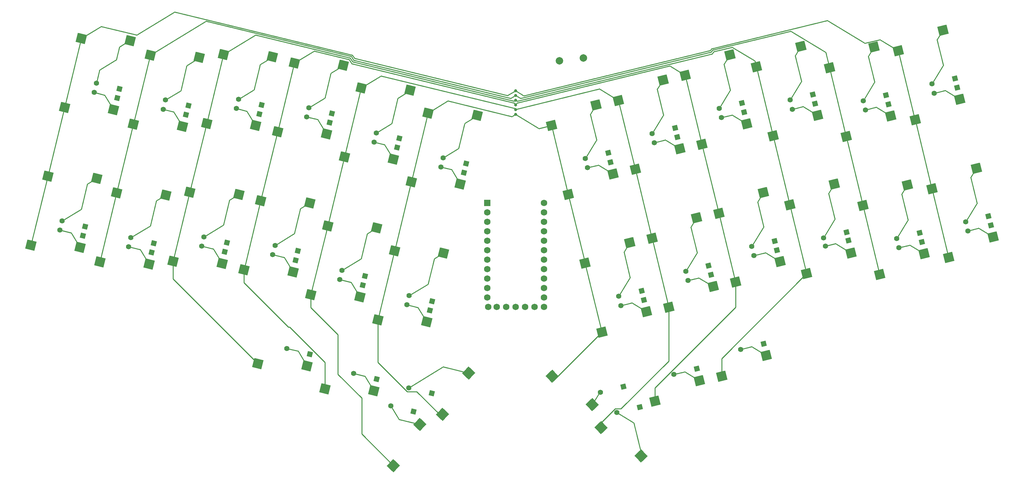
<source format=gbl>
%TF.GenerationSoftware,KiCad,Pcbnew,(6.0.0-0)*%
%TF.CreationDate,2022-01-06T19:14:06+00:00*%
%TF.ProjectId,atreis,61747265-6973-42e6-9b69-6361645f7063,rev?*%
%TF.SameCoordinates,Original*%
%TF.FileFunction,Copper,L2,Bot*%
%TF.FilePolarity,Positive*%
%FSLAX46Y46*%
G04 Gerber Fmt 4.6, Leading zero omitted, Abs format (unit mm)*
G04 Created by KiCad (PCBNEW (6.0.0-0)) date 2022-01-06 19:14:06*
%MOMM*%
%LPD*%
G01*
G04 APERTURE LIST*
G04 Aperture macros list*
%AMRotRect*
0 Rectangle, with rotation*
0 The origin of the aperture is its center*
0 $1 length*
0 $2 width*
0 $3 Rotation angle, in degrees counterclockwise*
0 Add horizontal line*
21,1,$1,$2,0,0,$3*%
G04 Aperture macros list end*
%TA.AperFunction,SMDPad,CuDef*%
%ADD10RotRect,2.550000X2.500000X193.670000*%
%TD*%
%TA.AperFunction,SMDPad,CuDef*%
%ADD11RotRect,2.550000X2.500000X193.669000*%
%TD*%
%TA.AperFunction,ComponentPad*%
%ADD12C,2.000000*%
%TD*%
%TA.AperFunction,SMDPad,CuDef*%
%ADD13RotRect,2.550000X2.500000X166.330000*%
%TD*%
%TA.AperFunction,SMDPad,CuDef*%
%ADD14RotRect,2.550000X2.500000X133.600000*%
%TD*%
%TA.AperFunction,SMDPad,CuDef*%
%ADD15RotRect,2.550000X2.500000X226.400000*%
%TD*%
%TA.AperFunction,ComponentPad*%
%ADD16R,1.752600X1.752600*%
%TD*%
%TA.AperFunction,ComponentPad*%
%ADD17C,1.752600*%
%TD*%
%TA.AperFunction,ComponentPad*%
%ADD18RotRect,1.400000X1.400000X166.330000*%
%TD*%
%TA.AperFunction,ComponentPad*%
%ADD19C,1.400000*%
%TD*%
%TA.AperFunction,ComponentPad*%
%ADD20RotRect,1.400000X1.400000X193.670000*%
%TD*%
%TA.AperFunction,ViaPad*%
%ADD21C,0.800000*%
%TD*%
%TA.AperFunction,Conductor*%
%ADD22C,0.250000*%
%TD*%
G04 APERTURE END LIST*
D10*
%TO.P,MX29,1,COL*%
%TO.N,COL5*%
X193048437Y-71144861D03*
D11*
%TO.P,MX29,2,ROW*%
%TO.N,Net-(D29-Pad2)*%
X205008977Y-65621782D03*
%TD*%
%TO.P,MX55,1,COL*%
%TO.N,COL3*%
X220780248Y-145217517D03*
%TO.P,MX55,2,ROW*%
%TO.N,Net-(D55-Pad2)*%
X232740788Y-139694438D03*
%TD*%
D10*
%TO.P,MX36,1,COL*%
%TO.N,COL4*%
X215520635Y-82931912D03*
D11*
%TO.P,MX36,2,ROW*%
%TO.N,Net-(D36-Pad2)*%
X227481175Y-77408833D03*
%TD*%
D12*
%TO.P,SW1,1,1*%
%TO.N,Net-(SW1-Pad1)*%
X201599792Y-53000442D03*
%TO.P,SW1,2,2*%
%TO.N,GND*%
X195148242Y-53792592D03*
%TD*%
D13*
%TO.P,MX18,1,COL*%
%TO.N,COL5*%
X150863572Y-104816815D03*
%TO.P,MX18,2,ROW*%
%TO.N,Net-(D18-Pad2)*%
X164024665Y-105403796D03*
%TD*%
%TO.P,MX14,1,COL*%
%TO.N,COL1*%
X76221810Y-89276559D03*
%TO.P,MX14,2,ROW*%
%TO.N,Net-(D14-Pad2)*%
X89382903Y-89863540D03*
%TD*%
%TO.P,MX2,1,COL*%
%TO.N,COL1*%
X85225960Y-52255822D03*
%TO.P,MX2,2,ROW*%
%TO.N,Net-(D2-Pad2)*%
X98387053Y-52842803D03*
%TD*%
D10*
%TO.P,MX44,1,COL*%
%TO.N,COL2*%
X257043450Y-92438131D03*
D11*
%TO.P,MX44,2,ROW*%
%TO.N,Net-(D44-Pad2)*%
X269003990Y-86915052D03*
%TD*%
D13*
%TO.P,MX3,1,COL*%
%TO.N,COL2*%
X104876858Y-52068603D03*
%TO.P,MX3,2,ROW*%
%TO.N,Net-(D3-Pad2)*%
X118037951Y-52655584D03*
%TD*%
D14*
%TO.P,MX54,1,COL*%
%TO.N,COL4*%
X206341440Y-152332073D03*
%TO.P,MX54,2,ROW*%
%TO.N,Net-(D54-Pad2)*%
X217095548Y-159941809D03*
%TD*%
D13*
%TO.P,MX8,1,COL*%
%TO.N,COL1*%
X80723885Y-70766190D03*
%TO.P,MX8,2,ROW*%
%TO.N,Net-(D8-Pad2)*%
X93884978Y-71353171D03*
%TD*%
%TO.P,MX25,1,COL*%
%TO.N,COL2*%
X114165788Y-135145407D03*
%TO.P,MX25,2,ROW*%
%TO.N,Net-(D25-Pad2)*%
X127326880Y-135732388D03*
%TD*%
%TO.P,MX1,1,COL*%
%TO.N,COL0*%
X66715590Y-47753746D03*
%TO.P,MX1,2,ROW*%
%TO.N,Net-(D1-Pad2)*%
X79876682Y-48340727D03*
%TD*%
%TO.P,MX22,1,COL*%
%TO.N,COL3*%
X110421250Y-109880546D03*
%TO.P,MX22,2,ROW*%
%TO.N,Net-(D22-Pad2)*%
X123582343Y-110467527D03*
%TD*%
%TO.P,MX21,1,COL*%
%TO.N,COL2*%
X91370631Y-107599711D03*
%TO.P,MX21,2,ROW*%
%TO.N,Net-(D21-Pad2)*%
X104531724Y-108186692D03*
%TD*%
D10*
%TO.P,MX49,1,COL*%
%TO.N,COL3*%
X242468670Y-113235714D03*
D11*
%TO.P,MX49,2,ROW*%
%TO.N,Net-(D49-Pad2)*%
X254429210Y-107712635D03*
%TD*%
D13*
%TO.P,MX24,1,COL*%
%TO.N,COL5*%
X146361494Y-123327184D03*
%TO.P,MX24,2,ROW*%
%TO.N,Net-(D24-Pad2)*%
X159522587Y-123914165D03*
%TD*%
D10*
%TO.P,MX31,1,COL*%
%TO.N,COL3*%
X228962443Y-57704600D03*
D11*
%TO.P,MX31,2,ROW*%
%TO.N,Net-(D31-Pad2)*%
X240922983Y-52181521D03*
%TD*%
D14*
%TO.P,MX53,1,COL*%
%TO.N,COL5*%
X193204188Y-138536599D03*
%TO.P,MX53,2,ROW*%
%TO.N,Net-(D53-Pad2)*%
X203958296Y-146146335D03*
%TD*%
D10*
%TO.P,MX38,1,COL*%
%TO.N,COL2*%
X252541374Y-73927757D03*
D11*
%TO.P,MX38,2,ROW*%
%TO.N,Net-(D38-Pad2)*%
X264501914Y-68404678D03*
%TD*%
D13*
%TO.P,MX17,1,COL*%
%TO.N,COL4*%
X132893449Y-98093492D03*
%TO.P,MX17,2,ROW*%
%TO.N,Net-(D17-Pad2)*%
X146054542Y-98680473D03*
%TD*%
%TO.P,MX6,1,COL*%
%TO.N,COL5*%
X159867719Y-67796074D03*
%TO.P,MX6,2,ROW*%
%TO.N,Net-(D6-Pad2)*%
X173028812Y-68383055D03*
%TD*%
%TO.P,MX12,1,COL*%
%TO.N,COL5*%
X155365644Y-86306444D03*
%TO.P,MX12,2,ROW*%
%TO.N,Net-(D12-Pad2)*%
X168526737Y-86893425D03*
%TD*%
D10*
%TO.P,MX42,1,COL*%
%TO.N,COL4*%
X220022709Y-101442282D03*
D11*
%TO.P,MX42,2,ROW*%
%TO.N,Net-(D42-Pad2)*%
X231983249Y-95919203D03*
%TD*%
D10*
%TO.P,MX35,1,COL*%
%TO.N,COL5*%
X197550511Y-89655231D03*
D11*
%TO.P,MX35,2,ROW*%
%TO.N,Net-(D35-Pad2)*%
X209511051Y-84132152D03*
%TD*%
D10*
%TO.P,MX32,1,COL*%
%TO.N,COL2*%
X248039297Y-55417388D03*
D11*
%TO.P,MX32,2,ROW*%
%TO.N,Net-(D32-Pad2)*%
X259999837Y-49894309D03*
%TD*%
D13*
%TO.P,MX5,1,COL*%
%TO.N,COL4*%
X141897597Y-61072753D03*
%TO.P,MX5,2,ROW*%
%TO.N,Net-(D5-Pad2)*%
X155058690Y-61659734D03*
%TD*%
D10*
%TO.P,MX46,1,COL*%
%TO.N,COL0*%
X295204716Y-88123271D03*
D11*
%TO.P,MX46,2,ROW*%
%TO.N,Net-(D46-Pad2)*%
X307165256Y-82600192D03*
%TD*%
D13*
%TO.P,MX11,1,COL*%
%TO.N,COL4*%
X137395523Y-79583125D03*
%TO.P,MX11,2,ROW*%
%TO.N,Net-(D11-Pad2)*%
X150556616Y-80170106D03*
%TD*%
D10*
%TO.P,MX51,1,COL*%
%TO.N,COL1*%
X281196423Y-111135719D03*
D11*
%TO.P,MX51,2,ROW*%
%TO.N,Net-(D51-Pad2)*%
X293156963Y-105612640D03*
%TD*%
D13*
%TO.P,MX10,1,COL*%
%TO.N,COL3*%
X119425399Y-72859805D03*
%TO.P,MX10,2,ROW*%
%TO.N,Net-(D10-Pad2)*%
X132586492Y-73446786D03*
%TD*%
D10*
%TO.P,MX52,1,COL*%
%TO.N,COL0*%
X299706789Y-106633643D03*
D11*
%TO.P,MX52,2,ROW*%
%TO.N,Net-(D52-Pad2)*%
X311667329Y-101110564D03*
%TD*%
D10*
%TO.P,MX45,1,COL*%
%TO.N,COL1*%
X276694346Y-92625350D03*
D11*
%TO.P,MX45,2,ROW*%
%TO.N,Net-(D45-Pad2)*%
X288654886Y-87102271D03*
%TD*%
D15*
%TO.P,MX28,1,COL*%
%TO.N,COL5*%
X163708665Y-148798114D03*
%TO.P,MX28,2,ROW*%
%TO.N,Net-(D28-Pad2)*%
X170783980Y-137685111D03*
%TD*%
D13*
%TO.P,MX20,1,COL*%
%TO.N,COL1*%
X71719733Y-107786932D03*
%TO.P,MX20,2,ROW*%
%TO.N,Net-(D20-Pad2)*%
X84880826Y-108373913D03*
%TD*%
D10*
%TO.P,MX37,1,COL*%
%TO.N,COL3*%
X233464520Y-76214973D03*
D11*
%TO.P,MX37,2,ROW*%
%TO.N,Net-(D37-Pad2)*%
X245425060Y-70691894D03*
%TD*%
D10*
%TO.P,MX34,1,COL*%
%TO.N,COL0*%
X286200563Y-51102533D03*
D11*
%TO.P,MX34,2,ROW*%
%TO.N,Net-(D34-Pad2)*%
X298161103Y-45579454D03*
%TD*%
D10*
%TO.P,MX50,1,COL*%
%TO.N,COL2*%
X261545522Y-110948502D03*
D11*
%TO.P,MX50,2,ROW*%
%TO.N,Net-(D50-Pad2)*%
X273506062Y-105425423D03*
%TD*%
D10*
%TO.P,MX40,1,COL*%
%TO.N,COL0*%
X290702642Y-69612904D03*
D11*
%TO.P,MX40,2,ROW*%
%TO.N,Net-(D40-Pad2)*%
X302663182Y-64089825D03*
%TD*%
D13*
%TO.P,MX23,1,COL*%
%TO.N,COL4*%
X128391372Y-116603866D03*
%TO.P,MX23,2,ROW*%
%TO.N,Net-(D23-Pad2)*%
X141552465Y-117190847D03*
%TD*%
D16*
%TO.P,U1,1,TX0/PD3*%
%TO.N,COL0*%
X175768016Y-91959267D03*
D17*
%TO.P,U1,2,RX1/PD2*%
%TO.N,COL1*%
X175768016Y-94499267D03*
%TO.P,U1,3,GND*%
%TO.N,GND*%
X175768016Y-97039267D03*
%TO.P,U1,4,GND*%
X175768016Y-99579267D03*
%TO.P,U1,5,2/PD1*%
%TO.N,unconnected-(U1-Pad5)*%
X175768016Y-102119267D03*
%TO.P,U1,6,3/PD0*%
%TO.N,unconnected-(U1-Pad6)*%
X175768016Y-104659267D03*
%TO.P,U1,7,4/PD4*%
%TO.N,COL2*%
X175768016Y-107199267D03*
%TO.P,U1,8,5/PC6*%
%TO.N,ROW0*%
X175768016Y-109739267D03*
%TO.P,U1,9,6/PD7*%
%TO.N,ROW1*%
X175768016Y-112279267D03*
%TO.P,U1,10,7/PE6*%
%TO.N,ROW2*%
X175768016Y-114819267D03*
%TO.P,U1,11,8/PB4*%
%TO.N,ROW3*%
X175768016Y-117359267D03*
%TO.P,U1,12,9/PB5*%
%TO.N,ROW4*%
X175996616Y-119899267D03*
%TO.P,U1,13,10/PB6*%
%TO.N,ROW9*%
X191008016Y-119899267D03*
%TO.P,U1,14,16/PB2*%
%TO.N,ROW8*%
X191008016Y-117359267D03*
%TO.P,U1,15,14/PB3*%
%TO.N,ROW7*%
X191008016Y-114819267D03*
%TO.P,U1,16,15/PB1*%
%TO.N,ROW6*%
X191008016Y-112279267D03*
%TO.P,U1,17,A0/PF7*%
%TO.N,ROW5*%
X191008016Y-109739267D03*
%TO.P,U1,18,A1/PF6*%
%TO.N,COL5*%
X191008016Y-107199267D03*
%TO.P,U1,19,A2/PF5*%
%TO.N,COL4*%
X191008016Y-104659267D03*
%TO.P,U1,20,A3/PF4*%
%TO.N,COL3*%
X191008016Y-102119267D03*
%TO.P,U1,21,VCC*%
%TO.N,unconnected-(U1-Pad21)*%
X191008016Y-99579267D03*
%TO.P,U1,22,RST*%
%TO.N,Net-(SW1-Pad1)*%
X191008016Y-97039267D03*
%TO.P,U1,23,GND*%
%TO.N,GND*%
X191008016Y-94499267D03*
%TO.P,U1,24,B0*%
%TO.N,unconnected-(U1-Pad24)*%
X191008016Y-91959267D03*
%TO.P,U1,25,B7*%
%TO.N,unconnected-(U1-Pad25)*%
X178308016Y-119899267D03*
%TO.P,U1,26,D5*%
%TO.N,unconnected-(U1-Pad26)*%
X180848016Y-119899267D03*
%TO.P,U1,27,C7*%
%TO.N,unconnected-(U1-Pad27)*%
X183388016Y-119899267D03*
%TO.P,U1,28,F1*%
%TO.N,unconnected-(U1-Pad28)*%
X185928016Y-119899267D03*
%TO.P,U1,29,F0*%
%TO.N,unconnected-(U1-Pad29)*%
X188468016Y-119899267D03*
%TD*%
D10*
%TO.P,MX48,1,COL*%
%TO.N,COL4*%
X224524784Y-119952653D03*
D11*
%TO.P,MX48,2,ROW*%
%TO.N,Net-(D48-Pad2)*%
X236485324Y-114429574D03*
%TD*%
D13*
%TO.P,MX9,1,COL*%
%TO.N,COL2*%
X100374782Y-70578975D03*
%TO.P,MX9,2,ROW*%
%TO.N,Net-(D9-Pad2)*%
X113535875Y-71165956D03*
%TD*%
%TO.P,MX7,1,COL*%
%TO.N,COL0*%
X62213514Y-66264119D03*
%TO.P,MX7,2,ROW*%
%TO.N,Net-(D7-Pad2)*%
X75374607Y-66851100D03*
%TD*%
D11*
%TO.P,MX56,1,COL*%
%TO.N,COL2*%
X238750368Y-138494198D03*
%TO.P,MX56,2,ROW*%
%TO.N,Net-(D56-Pad2)*%
X250710908Y-132971119D03*
%TD*%
D10*
%TO.P,MX33,1,COL*%
%TO.N,COL1*%
X267690196Y-55604605D03*
D11*
%TO.P,MX33,2,ROW*%
%TO.N,Net-(D33-Pad2)*%
X279650736Y-50081526D03*
%TD*%
D10*
%TO.P,MX39,1,COL*%
%TO.N,COL1*%
X272192271Y-74114978D03*
D11*
%TO.P,MX39,2,ROW*%
%TO.N,Net-(D39-Pad2)*%
X284152811Y-68591899D03*
%TD*%
D10*
%TO.P,MX47,1,COL*%
%TO.N,COL5*%
X206554663Y-126675972D03*
D11*
%TO.P,MX47,2,ROW*%
%TO.N,Net-(D47-Pad2)*%
X218515203Y-121152893D03*
%TD*%
D13*
%TO.P,MX19,1,COL*%
%TO.N,COL0*%
X53209364Y-103284858D03*
%TO.P,MX19,2,ROW*%
%TO.N,Net-(D19-Pad2)*%
X66370457Y-103871839D03*
%TD*%
%TO.P,MX13,1,COL*%
%TO.N,COL0*%
X57711439Y-84774488D03*
%TO.P,MX13,2,ROW*%
%TO.N,Net-(D13-Pad2)*%
X70872532Y-85361469D03*
%TD*%
%TO.P,MX16,1,COL*%
%TO.N,COL3*%
X114923327Y-91370171D03*
%TO.P,MX16,2,ROW*%
%TO.N,Net-(D16-Pad2)*%
X128084420Y-91957152D03*
%TD*%
%TO.P,MX4,1,COL*%
%TO.N,COL3*%
X123927480Y-54349434D03*
%TO.P,MX4,2,ROW*%
%TO.N,Net-(D4-Pad2)*%
X137088573Y-54936415D03*
%TD*%
%TO.P,MX15,1,COL*%
%TO.N,COL2*%
X95872706Y-89089344D03*
%TO.P,MX15,2,ROW*%
%TO.N,Net-(D15-Pad2)*%
X109033799Y-89676325D03*
%TD*%
D10*
%TO.P,MX30,1,COL*%
%TO.N,COL4*%
X211018558Y-64421541D03*
D11*
%TO.P,MX30,2,ROW*%
%TO.N,Net-(D30-Pad2)*%
X222979098Y-58898462D03*
%TD*%
D13*
%TO.P,MX26,1,COL*%
%TO.N,COL3*%
X132135907Y-141868728D03*
%TO.P,MX26,2,ROW*%
%TO.N,Net-(D26-Pad2)*%
X145296999Y-142455709D03*
%TD*%
D10*
%TO.P,MX41,1,COL*%
%TO.N,COL5*%
X202052587Y-108165598D03*
D11*
%TO.P,MX41,2,ROW*%
%TO.N,Net-(D41-Pad2)*%
X214013127Y-102642519D03*
%TD*%
D10*
%TO.P,MX43,1,COL*%
%TO.N,COL3*%
X237966594Y-94725343D03*
D11*
%TO.P,MX43,2,ROW*%
%TO.N,Net-(D43-Pad2)*%
X249927134Y-89202264D03*
%TD*%
D15*
%TO.P,MX27,1,COL*%
%TO.N,COL4*%
X150571411Y-162593588D03*
%TO.P,MX27,2,ROW*%
%TO.N,Net-(D27-Pad2)*%
X157646726Y-151480585D03*
%TD*%
D18*
%TO.P,D28,1,K*%
%TO.N,ROW4*%
X160828723Y-143135034D03*
D19*
%TO.P,D28,2,A*%
%TO.N,Net-(D28-Pad2)*%
X154658599Y-141634342D03*
%TD*%
D18*
%TO.P,D11,1,K*%
%TO.N,ROW1*%
X151535396Y-77091944D03*
D19*
%TO.P,D11,2,A*%
%TO.N,Net-(D11-Pad2)*%
X145365272Y-75591252D03*
%TD*%
D20*
%TO.P,D54,1,K*%
%TO.N,ROW9*%
X216766558Y-146777295D03*
D19*
%TO.P,D54,2,A*%
%TO.N,Net-(D54-Pad2)*%
X210596434Y-148277987D03*
%TD*%
D20*
%TO.P,D40,1,K*%
%TO.N,ROW6*%
X302022476Y-60951631D03*
D19*
%TO.P,D40,2,A*%
%TO.N,Net-(D40-Pad2)*%
X295852352Y-62452323D03*
%TD*%
D18*
%TO.P,D24,1,K*%
%TO.N,ROW3*%
X160377966Y-120805993D03*
D19*
%TO.P,D24,2,A*%
%TO.N,Net-(D24-Pad2)*%
X154207842Y-119305301D03*
%TD*%
D20*
%TO.P,D29,1,K*%
%TO.N,ROW5*%
X208270069Y-78525906D03*
D19*
%TO.P,D29,2,A*%
%TO.N,Net-(D29-Pad2)*%
X202099945Y-80026598D03*
%TD*%
D18*
%TO.P,D8,1,K*%
%TO.N,ROW1*%
X94863758Y-68275012D03*
D19*
%TO.P,D8,2,A*%
%TO.N,Net-(D8-Pad2)*%
X88693634Y-66774320D03*
%TD*%
D20*
%TO.P,D37,1,K*%
%TO.N,ROW6*%
X244810588Y-67547318D03*
D19*
%TO.P,D37,2,A*%
%TO.N,Net-(D37-Pad2)*%
X238640464Y-69048010D03*
%TD*%
D20*
%TO.P,D43,1,K*%
%TO.N,ROW7*%
X252967657Y-102160036D03*
D19*
%TO.P,D43,2,A*%
%TO.N,Net-(D43-Pad2)*%
X246797533Y-103660728D03*
%TD*%
D20*
%TO.P,D49,1,K*%
%TO.N,ROW8*%
X253567934Y-104628087D03*
D19*
%TO.P,D49,2,A*%
%TO.N,Net-(D49-Pad2)*%
X247397810Y-106128779D03*
%TD*%
D18*
%TO.P,D12,1,K*%
%TO.N,ROW1*%
X169505518Y-83815262D03*
D19*
%TO.P,D12,2,A*%
%TO.N,Net-(D12-Pad2)*%
X163335394Y-82314570D03*
%TD*%
D20*
%TO.P,D47,1,K*%
%TO.N,ROW8*%
X217874495Y-118014699D03*
D19*
%TO.P,D47,2,A*%
%TO.N,Net-(D47-Pad2)*%
X211704371Y-119515391D03*
%TD*%
D18*
%TO.P,D23,1,K*%
%TO.N,ROW2*%
X160978242Y-118337944D03*
D19*
%TO.P,D23,2,A*%
%TO.N,Net-(D18-Pad2)*%
X154808118Y-116837252D03*
%TD*%
D20*
%TO.P,D39,1,K*%
%TO.N,ROW6*%
X283512104Y-65453706D03*
D19*
%TO.P,D39,2,A*%
%TO.N,Net-(D39-Pad2)*%
X277341980Y-66954398D03*
%TD*%
D20*
%TO.P,D55,1,K*%
%TO.N,ROW9*%
X232048604Y-136525290D03*
D19*
%TO.P,D55,2,A*%
%TO.N,Net-(D55-Pad2)*%
X225878480Y-138025982D03*
%TD*%
D20*
%TO.P,D50,1,K*%
%TO.N,ROW8*%
X272805331Y-102040420D03*
D19*
%TO.P,D50,2,A*%
%TO.N,Net-(D50-Pad2)*%
X266635207Y-103541112D03*
%TD*%
D18*
%TO.P,D16,1,K*%
%TO.N,ROW3*%
X85612803Y-105235728D03*
D19*
%TO.P,D16,2,A*%
%TO.N,Net-(D20-Pad2)*%
X79442679Y-103735036D03*
%TD*%
D20*
%TO.P,D30,1,K*%
%TO.N,ROW5*%
X226240189Y-71802587D03*
D19*
%TO.P,D30,2,A*%
%TO.N,Net-(D30-Pad2)*%
X220070065Y-73303279D03*
%TD*%
D20*
%TO.P,D31,1,K*%
%TO.N,ROW5*%
X244210313Y-65079266D03*
D19*
%TO.P,D31,2,A*%
%TO.N,Net-(D31-Pad2)*%
X238040189Y-66579958D03*
%TD*%
D18*
%TO.P,D27,1,K*%
%TO.N,ROW4*%
X155992821Y-147971162D03*
D19*
%TO.P,D27,2,A*%
%TO.N,Net-(D27-Pad2)*%
X149822697Y-146470470D03*
%TD*%
D18*
%TO.P,D26,1,K*%
%TO.N,ROW4*%
X146080456Y-139286571D03*
D19*
%TO.P,D26,2,A*%
%TO.N,Net-(D26-Pad2)*%
X139910332Y-137785879D03*
%TD*%
D20*
%TO.P,D44,1,K*%
%TO.N,ROW7*%
X272265082Y-99819179D03*
D19*
%TO.P,D44,2,A*%
%TO.N,Net-(D44-Pad2)*%
X266094958Y-101319871D03*
%TD*%
D20*
%TO.P,D41,1,K*%
%TO.N,ROW7*%
X217274218Y-115546648D03*
D19*
%TO.P,D41,2,A*%
%TO.N,Net-(D41-Pad2)*%
X211104094Y-117047340D03*
%TD*%
D18*
%TO.P,D25,1,K*%
%TO.N,ROW4*%
X128110334Y-132563251D03*
D19*
%TO.P,D25,2,A*%
%TO.N,Net-(D25-Pad2)*%
X121940210Y-131062559D03*
%TD*%
D20*
%TO.P,D42,1,K*%
%TO.N,ROW7*%
X235244342Y-108823330D03*
D19*
%TO.P,D42,2,A*%
%TO.N,Net-(D42-Pad2)*%
X229074218Y-110324022D03*
%TD*%
D20*
%TO.P,D33,1,K*%
%TO.N,ROW5*%
X282911828Y-62985654D03*
D19*
%TO.P,D33,2,A*%
%TO.N,Net-(D33-Pad2)*%
X276741704Y-64486346D03*
%TD*%
D18*
%TO.P,D10,1,K*%
%TO.N,ROW1*%
X133441873Y-70338610D03*
D19*
%TO.P,D10,2,A*%
%TO.N,Net-(D10-Pad2)*%
X127271749Y-68837918D03*
%TD*%
D20*
%TO.P,D56,1,K*%
%TO.N,ROW9*%
X250018724Y-129801967D03*
D19*
%TO.P,D56,2,A*%
%TO.N,Net-(D56-Pad2)*%
X243848600Y-131302659D03*
%TD*%
D20*
%TO.P,D38,1,K*%
%TO.N,ROW6*%
X263861209Y-65266487D03*
D19*
%TO.P,D38,2,A*%
%TO.N,Net-(D38-Pad2)*%
X257691085Y-66767179D03*
%TD*%
D18*
%TO.P,D6,1,K*%
%TO.N,ROW0*%
X170105795Y-81347217D03*
D19*
%TO.P,D6,2,A*%
%TO.N,Net-(D6-Pad2)*%
X163935671Y-79846525D03*
%TD*%
D18*
%TO.P,D17,1,K*%
%TO.N,ROW2*%
X105863975Y-102580460D03*
D19*
%TO.P,D17,2,A*%
%TO.N,Net-(D15-Pad2)*%
X99693851Y-101079768D03*
%TD*%
D20*
%TO.P,D48,1,K*%
%TO.N,ROW8*%
X235844616Y-111291377D03*
D19*
%TO.P,D48,2,A*%
%TO.N,Net-(D48-Pad2)*%
X229674492Y-112792069D03*
%TD*%
D18*
%TO.P,D2,1,K*%
%TO.N,ROW0*%
X95464036Y-65806965D03*
D19*
%TO.P,D2,2,A*%
%TO.N,Net-(D2-Pad2)*%
X89293912Y-64306273D03*
%TD*%
D20*
%TO.P,D51,1,K*%
%TO.N,ROW8*%
X292516254Y-102474447D03*
D19*
%TO.P,D51,2,A*%
%TO.N,Net-(D51-Pad2)*%
X286346130Y-103975139D03*
%TD*%
D18*
%TO.P,D22,1,K*%
%TO.N,ROW3*%
X142284442Y-114052660D03*
D19*
%TO.P,D22,2,A*%
%TO.N,Net-(D23-Pad2)*%
X136114318Y-112551968D03*
%TD*%
D18*
%TO.P,D9,1,K*%
%TO.N,ROW1*%
X114514656Y-68087794D03*
D19*
%TO.P,D9,2,A*%
%TO.N,Net-(D9-Pad2)*%
X108344532Y-66587102D03*
%TD*%
D20*
%TO.P,D36,1,K*%
%TO.N,ROW6*%
X226840467Y-74270638D03*
D19*
%TO.P,D36,2,A*%
%TO.N,Net-(D36-Pad2)*%
X220670343Y-75771330D03*
%TD*%
D20*
%TO.P,D46,1,K*%
%TO.N,ROW7*%
X310426351Y-95504322D03*
D19*
%TO.P,D46,2,A*%
%TO.N,Net-(D46-Pad2)*%
X304256227Y-97005014D03*
%TD*%
D18*
%TO.P,D1,1,K*%
%TO.N,ROW0*%
X76953665Y-61304892D03*
D19*
%TO.P,D1,2,A*%
%TO.N,Net-(D1-Pad2)*%
X70783541Y-59804200D03*
%TD*%
D20*
%TO.P,D34,1,K*%
%TO.N,ROW5*%
X301422198Y-58483581D03*
D19*
%TO.P,D34,2,A*%
%TO.N,Net-(D34-Pad2)*%
X295252074Y-59984273D03*
%TD*%
D18*
%TO.P,D21,1,K*%
%TO.N,ROW2*%
X142884718Y-111584610D03*
D19*
%TO.P,D21,2,A*%
%TO.N,Net-(D17-Pad2)*%
X136714594Y-110083918D03*
%TD*%
D18*
%TO.P,D20,1,K*%
%TO.N,ROW3*%
X124314318Y-107329339D03*
D19*
%TO.P,D20,2,A*%
%TO.N,Net-(D22-Pad2)*%
X118144194Y-105828647D03*
%TD*%
D20*
%TO.P,D45,1,K*%
%TO.N,ROW7*%
X291915979Y-100006398D03*
D19*
%TO.P,D45,2,A*%
%TO.N,Net-(D45-Pad2)*%
X285745855Y-101507090D03*
%TD*%
D18*
%TO.P,D3,1,K*%
%TO.N,ROW0*%
X115114933Y-65619746D03*
D19*
%TO.P,D3,2,A*%
%TO.N,Net-(D3-Pad2)*%
X108944809Y-64119054D03*
%TD*%
D18*
%TO.P,D14,1,K*%
%TO.N,ROW3*%
X67102432Y-100733650D03*
D19*
%TO.P,D14,2,A*%
%TO.N,Net-(D19-Pad2)*%
X60932308Y-99232958D03*
%TD*%
D20*
%TO.P,D32,1,K*%
%TO.N,ROW5*%
X263260931Y-62798438D03*
D19*
%TO.P,D32,2,A*%
%TO.N,Net-(D32-Pad2)*%
X257090807Y-64299130D03*
%TD*%
D20*
%TO.P,D52,1,K*%
%TO.N,ROW8*%
X311026624Y-97972372D03*
D19*
%TO.P,D52,2,A*%
%TO.N,Net-(D52-Pad2)*%
X304856500Y-99473064D03*
%TD*%
D18*
%TO.P,D19,1,K*%
%TO.N,ROW2*%
X124914597Y-104861291D03*
D19*
%TO.P,D19,2,A*%
%TO.N,Net-(D16-Pad2)*%
X118744473Y-103360599D03*
%TD*%
D18*
%TO.P,D13,1,K*%
%TO.N,ROW2*%
X67702710Y-98265603D03*
D19*
%TO.P,D13,2,A*%
%TO.N,Net-(D13-Pad2)*%
X61532586Y-96764911D03*
%TD*%
D20*
%TO.P,D53,1,K*%
%TO.N,ROW9*%
X212304209Y-141327504D03*
D19*
%TO.P,D53,2,A*%
%TO.N,Net-(D53-Pad2)*%
X206134085Y-142828196D03*
%TD*%
D18*
%TO.P,D5,1,K*%
%TO.N,ROW0*%
X152135674Y-74623897D03*
D19*
%TO.P,D5,2,A*%
%TO.N,Net-(D5-Pad2)*%
X145965550Y-73123205D03*
%TD*%
D18*
%TO.P,D18,1,K*%
%TO.N,ROW3*%
X105263701Y-105048508D03*
D19*
%TO.P,D18,2,A*%
%TO.N,Net-(D21-Pad2)*%
X99093577Y-103547816D03*
%TD*%
D18*
%TO.P,D15,1,K*%
%TO.N,ROW2*%
X86213081Y-102767678D03*
D19*
%TO.P,D15,2,A*%
%TO.N,Net-(D14-Pad2)*%
X80042957Y-101266986D03*
%TD*%
D18*
%TO.P,D4,1,K*%
%TO.N,ROW0*%
X134042150Y-67870563D03*
D19*
%TO.P,D4,2,A*%
%TO.N,Net-(D4-Pad2)*%
X127872026Y-66369871D03*
%TD*%
D18*
%TO.P,D7,1,K*%
%TO.N,ROW1*%
X76353388Y-63772938D03*
D19*
%TO.P,D7,2,A*%
%TO.N,Net-(D7-Pad2)*%
X70183264Y-62272246D03*
%TD*%
D20*
%TO.P,D35,1,K*%
%TO.N,ROW6*%
X208870345Y-80993958D03*
D19*
%TO.P,D35,2,A*%
%TO.N,Net-(D35-Pad2)*%
X202700221Y-82494650D03*
%TD*%
D21*
%TO.N,COL0*%
X183388015Y-61778517D03*
%TO.N,COL1*%
X183388017Y-63048517D03*
%TO.N,COL2*%
X183388016Y-64318517D03*
%TO.N,COL3*%
X183388015Y-65588517D03*
%TO.N,COL4*%
X183388017Y-66858517D03*
%TO.N,COL5*%
X183388016Y-68128517D03*
%TD*%
D22*
%TO.N,Net-(D1-Pad2)*%
X76943405Y-50061987D02*
X79704897Y-48380987D01*
X71653945Y-56225526D02*
X75796182Y-53704032D01*
X75796182Y-53704032D02*
X76103016Y-53517256D01*
X70783542Y-59804198D02*
X71653945Y-56225526D01*
X76103016Y-53517256D02*
X76943405Y-50061987D01*
%TO.N,Net-(D2-Pad2)*%
X89293913Y-64306273D02*
X93436154Y-61784780D01*
X93436154Y-61784780D02*
X95026886Y-55244449D01*
X95026886Y-55244449D02*
X95086912Y-54997644D01*
X95086912Y-54997644D02*
X98462073Y-52943094D01*
%TO.N,Net-(D3-Pad2)*%
X108944807Y-64119055D02*
X113087049Y-61597561D01*
X113087049Y-61597561D02*
X114617754Y-55304031D01*
X114617754Y-55304031D02*
X114737814Y-54810425D01*
X114737814Y-54810425D02*
X118112968Y-52755876D01*
%TO.N,Net-(D4-Pad2)*%
X127872026Y-66369872D02*
X132167682Y-63754988D01*
X133788428Y-57091256D02*
X137163591Y-55036705D01*
X133728402Y-57338061D02*
X133788428Y-57091256D01*
X132167682Y-63754988D02*
X133728402Y-57338061D01*
%TO.N,Net-(D5-Pad2)*%
X145965550Y-73123205D02*
X150107791Y-70601712D01*
X151758552Y-63814576D02*
X155133710Y-61760023D01*
X150107791Y-70601712D02*
X151218302Y-66035821D01*
X151218302Y-66035821D02*
X151758552Y-63814576D01*
%TO.N,Net-(D6-Pad2)*%
X163935672Y-79846521D02*
X168077911Y-77325032D01*
X169728673Y-70537893D02*
X173103832Y-68483346D01*
X169608616Y-71031502D02*
X169728673Y-70537893D01*
X168077911Y-77325032D02*
X169608616Y-71031502D01*
%TO.N,Net-(D7-Pad2)*%
X70183266Y-62272247D02*
X73021522Y-62962565D01*
X73021522Y-62962565D02*
X75449625Y-66951389D01*
%TO.N,Net-(D8-Pad2)*%
X91531893Y-67464641D02*
X93959998Y-71453465D01*
X88693634Y-66774321D02*
X91531893Y-67464641D01*
%TO.N,Net-(D9-Pad2)*%
X111182790Y-67277422D02*
X113610894Y-71266246D01*
X108344532Y-66587104D02*
X111182790Y-67277422D01*
%TO.N,Net-(D10-Pad2)*%
X127271750Y-68837921D02*
X130233407Y-69558252D01*
X130233407Y-69558252D02*
X132661514Y-73547075D01*
%TO.N,Net-(D11-Pad2)*%
X148203530Y-76281573D02*
X150631635Y-80270397D01*
X145365273Y-75591256D02*
X148203530Y-76281573D01*
%TO.N,Net-(D12-Pad2)*%
X163335393Y-82314574D02*
X166173652Y-83004893D01*
X166173652Y-83004893D02*
X168601756Y-86993716D01*
%TO.N,Net-(D13-Pad2)*%
X61532586Y-96764910D02*
X66719608Y-93607432D01*
X66719608Y-93607432D02*
X68352009Y-86895776D01*
X68352009Y-86895776D02*
X70872532Y-85361469D01*
%TO.N,Net-(D14-Pad2)*%
X80042957Y-101266987D02*
X85229979Y-98109507D01*
X86862381Y-91397854D02*
X89382903Y-89863544D01*
X85229979Y-98109507D02*
X86862381Y-91397854D01*
%TO.N,Net-(D15-Pad2)*%
X99693854Y-101079768D02*
X104880877Y-97922288D01*
X106513276Y-91210630D02*
X109033798Y-89676321D01*
X104880877Y-97922288D02*
X106513276Y-91210630D01*
%TO.N,Net-(D16-Pad2)*%
X123931495Y-100203119D02*
X125563896Y-93491463D01*
X118744473Y-103360599D02*
X123931495Y-100203119D01*
X125563896Y-93491463D02*
X128084420Y-91957157D01*
%TO.N,Net-(D17-Pad2)*%
X136714593Y-110083917D02*
X141901616Y-106926439D01*
X143534018Y-100214786D02*
X146054540Y-98680476D01*
X141901616Y-106926439D02*
X143534018Y-100214786D01*
%TO.N,Net-(D18-Pad2)*%
X161504140Y-106938106D02*
X164024663Y-105403796D01*
X159841723Y-113773159D02*
X161504140Y-106938106D01*
X154808119Y-116837252D02*
X159841723Y-113773159D01*
%TO.N,Net-(D19-Pad2)*%
X64000976Y-99979319D02*
X66370457Y-103871838D01*
X60932308Y-99232960D02*
X64000976Y-99979319D01*
%TO.N,Net-(D20-Pad2)*%
X79442681Y-103735036D02*
X82511346Y-104481393D01*
X82511346Y-104481393D02*
X84880827Y-108373916D01*
%TO.N,Net-(D21-Pad2)*%
X99093576Y-103547815D02*
X102162242Y-104294175D01*
X102162242Y-104294175D02*
X104531724Y-108186696D01*
%TO.N,Net-(D22-Pad2)*%
X118144197Y-105828648D02*
X121212861Y-106575006D01*
X121212861Y-106575006D02*
X123582344Y-110467527D01*
%TO.N,Net-(D23-Pad2)*%
X136114316Y-112551967D02*
X139182983Y-113298326D01*
X139182983Y-113298326D02*
X141552465Y-117190843D01*
%TO.N,Net-(D24-Pad2)*%
X154207842Y-119305303D02*
X157153105Y-120021646D01*
X157153105Y-120021646D02*
X159522587Y-123914161D01*
%TO.N,Net-(D25-Pad2)*%
X121940211Y-131062559D02*
X124926335Y-131788838D01*
X124926335Y-131788838D02*
X127326880Y-135732392D01*
%TO.N,Net-(D26-Pad2)*%
X142896457Y-138512161D02*
X145297000Y-142455709D01*
X139910332Y-137785879D02*
X142896457Y-138512161D01*
%TO.N,Net-(D27-Pad2)*%
X149822696Y-146470470D02*
X152042803Y-150117600D01*
X152042803Y-150117600D02*
X157646729Y-151480584D01*
%TO.N,Net-(D28-Pad2)*%
X163897724Y-136010238D02*
X170783979Y-137685109D01*
X154658600Y-141634344D02*
X163897724Y-136010238D01*
%TO.N,Net-(D29-Pad2)*%
X203474666Y-68142304D02*
X205008977Y-65621782D01*
X202099945Y-80026600D02*
X205147495Y-75020166D01*
X205147495Y-75020166D02*
X203474666Y-68142304D01*
%TO.N,Net-(D30-Pad2)*%
X220070067Y-73303280D02*
X223117617Y-68296850D01*
X223117617Y-68296850D02*
X221444788Y-61418984D01*
X221444788Y-61418984D02*
X222979096Y-58898460D01*
%TO.N,Net-(D31-Pad2)*%
X241067885Y-61606145D02*
X239388676Y-54702045D01*
X239388676Y-54702045D02*
X240922988Y-52181521D01*
X238040189Y-66579959D02*
X241067885Y-61606145D01*
%TO.N,Net-(D32-Pad2)*%
X258465530Y-52414833D02*
X259999837Y-49894309D01*
X257090808Y-64299130D02*
X260138356Y-59292698D01*
X260138356Y-59292698D02*
X258465530Y-52414833D01*
%TO.N,Net-(D33-Pad2)*%
X278116427Y-52602048D02*
X279650737Y-50081529D01*
X276741704Y-64486348D02*
X279789256Y-59479915D01*
X279789256Y-59479915D02*
X278116427Y-52602048D01*
%TO.N,Net-(D34-Pad2)*%
X295252075Y-59984273D02*
X298299624Y-54977840D01*
X296626795Y-48099977D02*
X298161105Y-45579452D01*
X298299624Y-54977840D02*
X296626795Y-48099977D01*
%TO.N,Net-(D35-Pad2)*%
X205644579Y-81778526D02*
X209511050Y-84132152D01*
X202700221Y-82494646D02*
X205644579Y-81778526D01*
%TO.N,Net-(D36-Pad2)*%
X223614700Y-75055206D02*
X227481174Y-77408833D01*
X220670343Y-75771330D02*
X223614700Y-75055206D01*
%TO.N,Net-(D37-Pad2)*%
X238640466Y-69048010D02*
X241558585Y-68338264D01*
X241558585Y-68338264D02*
X245425060Y-70691894D01*
%TO.N,Net-(D38-Pad2)*%
X260635441Y-66051053D02*
X264501917Y-68404681D01*
X257691083Y-66767177D02*
X260635441Y-66051053D01*
%TO.N,Net-(D39-Pad2)*%
X277341982Y-66954398D02*
X280286337Y-66238274D01*
X280286337Y-66238274D02*
X284152809Y-68591898D01*
%TO.N,Net-(D40-Pad2)*%
X295852350Y-62452321D02*
X298796709Y-61736195D01*
X298796709Y-61736195D02*
X302663181Y-64089822D01*
%TO.N,Net-(D41-Pad2)*%
X214151645Y-112040907D02*
X212478817Y-105163042D01*
X212478817Y-105163042D02*
X214013127Y-102642522D01*
X211104098Y-117047341D02*
X214151645Y-112040907D01*
%TO.N,Net-(D42-Pad2)*%
X232121766Y-105317592D02*
X230448938Y-98439725D01*
X229074216Y-110324020D02*
X232121766Y-105317592D01*
X230448938Y-98439725D02*
X231983248Y-95919199D01*
%TO.N,Net-(D43-Pad2)*%
X248392823Y-91722785D02*
X249927133Y-89202264D01*
X246797535Y-103660729D02*
X250012007Y-98380083D01*
X250012007Y-98380083D02*
X248392823Y-91722785D01*
%TO.N,Net-(D44-Pad2)*%
X269142506Y-96313439D02*
X267469678Y-89435573D01*
X266094958Y-101319871D02*
X269142506Y-96313439D01*
X267469678Y-89435573D02*
X269003990Y-86915052D01*
%TO.N,Net-(D45-Pad2)*%
X287120576Y-89622793D02*
X288654885Y-87102267D01*
X285745854Y-101507088D02*
X288793405Y-96500659D01*
X288793405Y-96500659D02*
X287120576Y-89622793D01*
%TO.N,Net-(D46-Pad2)*%
X305630947Y-85120718D02*
X307165257Y-82600195D01*
X304256225Y-97005012D02*
X307303775Y-91998581D01*
X307303775Y-91998581D02*
X305630947Y-85120718D01*
%TO.N,Net-(D47-Pad2)*%
X211704373Y-119515390D02*
X214648730Y-118799267D01*
X214648730Y-118799267D02*
X218515204Y-121152889D01*
%TO.N,Net-(D48-Pad2)*%
X229674494Y-112792071D02*
X232618851Y-112075947D01*
X232618851Y-112075947D02*
X236485324Y-114429574D01*
%TO.N,Net-(D49-Pad2)*%
X247397810Y-106128780D02*
X250562737Y-105359005D01*
X250562737Y-105359005D02*
X254429211Y-107712635D01*
%TO.N,Net-(D50-Pad2)*%
X269332757Y-102885018D02*
X273506064Y-105425423D01*
X266635208Y-103541115D02*
X269332757Y-102885018D01*
%TO.N,Net-(D51-Pad2)*%
X286346131Y-103975139D02*
X289290488Y-103259015D01*
X289290488Y-103259015D02*
X293156963Y-105612642D01*
%TO.N,Net-(D52-Pad2)*%
X304856502Y-99473060D02*
X307800858Y-98756940D01*
X307800858Y-98756940D02*
X311667331Y-101110568D01*
%TO.N,Net-(D53-Pad2)*%
X205951035Y-142872713D02*
X206134084Y-142828192D01*
X203958295Y-146146331D02*
X205951035Y-142872713D01*
%TO.N,Net-(D54-Pad2)*%
X210596435Y-148277987D02*
X215169358Y-151061648D01*
X217262482Y-159667573D02*
X217095549Y-159941809D01*
X215169358Y-151061648D02*
X217262482Y-159667573D01*
%TO.N,Net-(D55-Pad2)*%
X225878478Y-138025982D02*
X228823285Y-137309750D01*
X228823285Y-137309750D02*
X232740789Y-139694439D01*
%TO.N,Net-(D56-Pad2)*%
X246793410Y-130586429D02*
X250710908Y-132971115D01*
X243848600Y-131302662D02*
X246793410Y-130586429D01*
%TO.N,COL0*%
X91802753Y-40604998D02*
X139529195Y-52212979D01*
X235942741Y-50538392D02*
X235696514Y-50942888D01*
X235696514Y-50942888D02*
X185602705Y-63126658D01*
X286200564Y-51102533D02*
X281230185Y-48076929D01*
X295160374Y-87940962D02*
X295134703Y-87983135D01*
X62213517Y-66264116D02*
X62213512Y-66264117D01*
X81582377Y-46826416D02*
X91802753Y-40604998D01*
X62213512Y-66264117D02*
X57711439Y-84774484D01*
X140085563Y-53126966D02*
X181180797Y-63122110D01*
X281230185Y-48076929D02*
X277180165Y-49061973D01*
X139529195Y-52212979D02*
X140085563Y-53126966D01*
X57711439Y-84774484D02*
X53209364Y-103284853D01*
X290702640Y-69612902D02*
X295160374Y-87940962D01*
X66715591Y-47753743D02*
X62213517Y-66264116D01*
X277180165Y-49061973D02*
X267140434Y-42950518D01*
X295204715Y-88123275D02*
X299722477Y-106698139D01*
X185602705Y-63126658D02*
X183388015Y-61778517D01*
X267140434Y-42950518D02*
X235942741Y-50538392D01*
X72048343Y-44507556D02*
X81582377Y-46826416D01*
X66715591Y-47753746D02*
X72048343Y-44507556D01*
X181180797Y-63122110D02*
X183388015Y-61778517D01*
X286200565Y-51102534D02*
X290778353Y-69924204D01*
%TO.N,COL1*%
X235940669Y-51406315D02*
X236229899Y-50931175D01*
X85225960Y-52255818D02*
X80781521Y-70529224D01*
X76221809Y-89276563D02*
X71717341Y-107796772D01*
X100236068Y-43118765D02*
X139242039Y-52605762D01*
X139242039Y-52605762D02*
X139841410Y-53590393D01*
X85225960Y-52255820D02*
X100236068Y-43118765D01*
X266691247Y-51497407D02*
X267690196Y-55604608D01*
X80723883Y-70766191D02*
X76219417Y-89286401D01*
X182057837Y-63858233D02*
X183388017Y-63048517D01*
X257330308Y-45799153D02*
X266691247Y-51497407D01*
X236229899Y-50931175D02*
X257330308Y-45799153D01*
X139841410Y-53590393D02*
X182057837Y-63858233D01*
X183388017Y-63048517D02*
X184725667Y-63862782D01*
X276694344Y-92625348D02*
X281196422Y-111135718D01*
X80781521Y-70529224D02*
X80832697Y-70613298D01*
X71717341Y-107796772D02*
X71768518Y-107880844D01*
X272192270Y-74114980D02*
X276770058Y-92936649D01*
X184725667Y-63862782D02*
X235940669Y-51406315D01*
X267690197Y-55604607D02*
X272147930Y-73932666D01*
X272147930Y-73932666D02*
X272122259Y-73974840D01*
%TO.N,COL2*%
X95870313Y-89099183D02*
X95921490Y-89183255D01*
X241557971Y-50097911D02*
X236517057Y-51323957D01*
X238750368Y-133743655D02*
X238750368Y-138494198D01*
X236517057Y-51323957D02*
X236184824Y-51869741D01*
X261517684Y-110834033D02*
X261782345Y-110995136D01*
X257033466Y-92544796D02*
X257059137Y-92502625D01*
X183848627Y-64598903D02*
X183388016Y-64318517D01*
X236184824Y-51869741D02*
X183848627Y-64598903D01*
X138954880Y-52998544D02*
X139597254Y-54053819D01*
X252541376Y-73927760D02*
X257059137Y-92502625D01*
X104876858Y-52068603D02*
X100372389Y-70588809D01*
X139597254Y-54053819D02*
X182934877Y-64594355D01*
X248039297Y-55417391D02*
X252557058Y-73992255D01*
X257043449Y-92438132D02*
X261517684Y-110834033D01*
X113514123Y-46810868D02*
X138954880Y-52998544D01*
X247647003Y-53804468D02*
X241557971Y-50097911D01*
X261545523Y-110948502D02*
X238750368Y-133743655D01*
X182934877Y-64594355D02*
X183388016Y-64318517D01*
X100372389Y-70588809D02*
X100423564Y-70672880D01*
X91370630Y-107599711D02*
X91370630Y-112350250D01*
X100374781Y-70578970D02*
X95870313Y-89099183D01*
X104876858Y-52068603D02*
X113514123Y-46810868D01*
X91370630Y-112350250D02*
X114165789Y-135145407D01*
X91455398Y-107251193D02*
X91232638Y-107386793D01*
X248039297Y-55417390D02*
X247647003Y-53804468D01*
X95872704Y-89089342D02*
X91455398Y-107251193D01*
%TO.N,COL3*%
X233464518Y-76214974D02*
X238048690Y-95062879D01*
X132135907Y-134769539D02*
X122682016Y-125315648D01*
X119425401Y-72859805D02*
X114920931Y-91380013D01*
X183388015Y-65588517D02*
X183476175Y-65567075D01*
X139353101Y-54517246D02*
X183041821Y-65143176D01*
X138667722Y-53391325D02*
X139353101Y-54517246D01*
X242468670Y-113235714D02*
X242468670Y-119986913D01*
X183041821Y-65143176D02*
X183299859Y-65567074D01*
X129260232Y-51103245D02*
X138667722Y-53391325D01*
X238048690Y-95062879D02*
X238042874Y-95072431D01*
X183729667Y-65150646D02*
X224789140Y-55164198D01*
X228962443Y-57704601D02*
X233546613Y-76552505D01*
X224789140Y-55164198D02*
X228962444Y-57704600D01*
X123927474Y-54349433D02*
X119423008Y-72869643D01*
X242468670Y-119986913D02*
X220780249Y-141675336D01*
X237966593Y-94725342D02*
X242490738Y-113326444D01*
X110421251Y-113347666D02*
X110421251Y-109880546D01*
X122352101Y-125278516D02*
X110421251Y-113347666D01*
X220780249Y-141675336D02*
X220780247Y-145217517D01*
X183299859Y-65567074D02*
X183388015Y-65588517D01*
X132135908Y-141868730D02*
X132135907Y-134769539D01*
X183476175Y-65567075D02*
X183729667Y-65150646D01*
X242490738Y-113326444D02*
X242484921Y-113335998D01*
X122682016Y-125278517D02*
X122352101Y-125278516D01*
X123927478Y-54349435D02*
X129260232Y-51103245D01*
X110538912Y-109396775D02*
X110590089Y-109480846D01*
X114920931Y-91380013D02*
X114972109Y-91464086D01*
X122682016Y-125315648D02*
X122682016Y-125278517D01*
X114923327Y-91370175D02*
X110538912Y-109396775D01*
%TO.N,COL4*%
X206341439Y-151084103D02*
X206341439Y-152332073D01*
X128391371Y-120070985D02*
X135630902Y-127310516D01*
X128391372Y-116603865D02*
X128391371Y-120070985D01*
X211018557Y-64421541D02*
X215536320Y-82996403D01*
X135636016Y-127310517D02*
X135636016Y-137978516D01*
X220022707Y-101442280D02*
X224540470Y-120017147D01*
X210172067Y-147253476D02*
X206341439Y-151084103D01*
X142031511Y-144374010D02*
X142031511Y-154053687D01*
X137393128Y-79592963D02*
X137444305Y-79677035D01*
X135630902Y-127310516D02*
X135636016Y-127310517D01*
X141897598Y-61072753D02*
X147230350Y-57826563D01*
X128388979Y-116613704D02*
X128440154Y-116697774D01*
X137395520Y-79583123D02*
X132891053Y-98103329D01*
X142031511Y-154053687D02*
X150571411Y-162593589D01*
X215520633Y-82931913D02*
X219978365Y-101259970D01*
X211695056Y-147253476D02*
X210172067Y-147253476D01*
X147230350Y-57826563D02*
X183218163Y-66579486D01*
X219978365Y-101259970D02*
X219952695Y-101302140D01*
X224524783Y-119952653D02*
X224524783Y-134423749D01*
X132893447Y-98093495D02*
X128388979Y-116613704D01*
X135636016Y-137978516D02*
X142031511Y-144374010D01*
X224524783Y-134423749D02*
X211695056Y-147253476D01*
X183432828Y-66784900D02*
X183388017Y-66858517D01*
X141897598Y-61072750D02*
X137393128Y-79592963D01*
X211018557Y-64421541D02*
X205917275Y-61316252D01*
X183218163Y-66579486D02*
X183388017Y-66858517D01*
X205917275Y-61316252D02*
X183432828Y-66784900D01*
%TO.N,COL5*%
X182396257Y-68732227D02*
X183388016Y-68128517D01*
X193048436Y-71144862D02*
X189686472Y-71962556D01*
X206570349Y-126740467D02*
X206544678Y-126782634D01*
X156826353Y-142658853D02*
X154234232Y-142658854D01*
X193048435Y-71144862D02*
X197566196Y-89719724D01*
X159867720Y-67796074D02*
X155423279Y-86069478D01*
X194694036Y-138536598D02*
X193204188Y-138536598D01*
X150921202Y-104579846D02*
X150972380Y-104663920D01*
X159867720Y-67796074D02*
X165200471Y-64549884D01*
X162965613Y-148798115D02*
X156826353Y-142658853D01*
X155423279Y-86069478D02*
X155474455Y-86153550D01*
X146361494Y-134786113D02*
X146361494Y-123327183D01*
X150863569Y-104816815D02*
X146361493Y-123327181D01*
X202052585Y-108165602D02*
X206570349Y-126740467D01*
X189686472Y-71962556D02*
X183388016Y-68128517D01*
X155365644Y-86306443D02*
X150921202Y-104579846D01*
X163708666Y-148798114D02*
X162965613Y-148798115D01*
X202068273Y-108230097D02*
X202042602Y-108272267D01*
X165200471Y-64549884D02*
X182396257Y-68732227D01*
X197550510Y-89655228D02*
X202068273Y-108230097D01*
X206554663Y-126675971D02*
X194694036Y-138536598D01*
X154234232Y-142658854D02*
X146361494Y-134786113D01*
%TD*%
M02*

</source>
